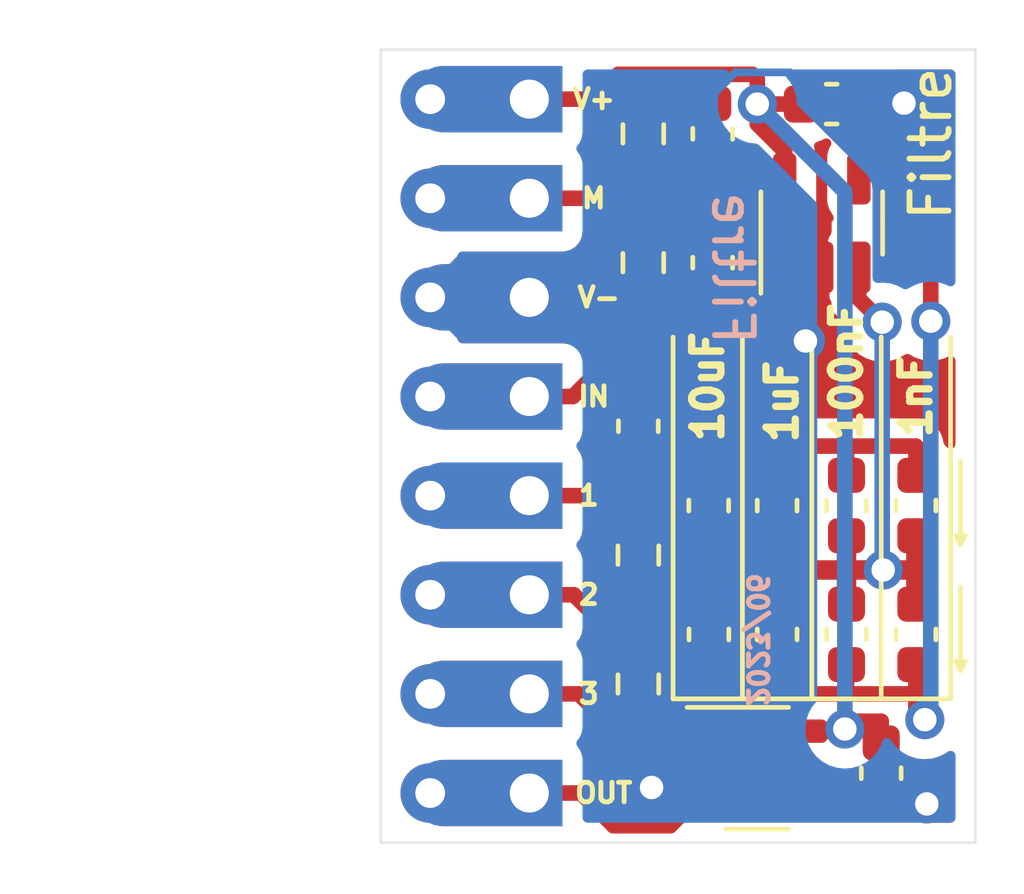
<source format=kicad_pcb>
(kicad_pcb (version 20211014) (generator pcbnew)
  (layers (0 "F.Cu" signal) (31 "B.Cu" signal) (34 "B.Paste" user) (35 "F.Paste" user) (36 "B.SilkS" user "B.Silkscreen") (37 "F.SilkS" user "F.Silkscreen") (38 "B.Mask" user) (39 "F.Mask" user) (44 "Edge.Cuts" user))
  (net 0 "")
  (net 1 "Pot_1")
  (net 2 "IN")
  (net 3 "Pot_2")
  (net 4 "V-")
  (net 5 "V+")
  (net 6 "Pot_3")
  (net 7 "Milieu")
  (net 8 "OUT")
  (footprint "Capacitor_SMD:C_0603_1608Metric" (layer "F.Cu") (at 131.699 77.089 90)
    (fp_text reference "C12" hide)
    (fp_text value "100nF")
    (fp_line (start -0.14058 -0.51) (end 0.14058 -0.51) (layer "F.SilkS") (width 0.12))
    (fp_line (start -0.14058 0.51) (end 0.14058 0.51) (layer "F.SilkS") (width 0.12))
    (pad "1" smd roundrect (at -0.775 0 90) (size 0.9 0.95) (layers "F.Cu" "F.Paste" "F.Mask") (net 7 "Milieu"))
    (pad "2" smd roundrect (at 0.775 0 90) (size 0.9 0.95) (layers "F.Cu" "F.Paste" "F.Mask") (net 5 "V+"))
  )
  (footprint "Resistor_SMD:R_0603_1608Metric" (layer "F.Cu") (at 129.794 91.186 -90)
    (fp_text reference "R2" hide)
    (fp_text value "100k")
    (fp_line (start -0.237258 -0.5225) (end 0.237258 -0.5225) (layer "F.SilkS") (width 0.12))
    (fp_line (start -0.237258 0.5225) (end 0.237258 0.5225) (layer "F.SilkS") (width 0.12))
    (pad "1" smd roundrect (at -0.825 0 270) (size 0.8 0.95) (layers "F.Cu" "F.Paste" "F.Mask") (net 3 "Pot_2"))
    (pad "2" smd roundrect (at 0.825 0 270) (size 0.8 0.95) (layers "F.Cu" "F.Paste" "F.Mask") (net 6 "Pot_3"))
  )
  (footprint "Chimere_mods:Castellated_conn" (layer "F.Cu") (at 127 81.28 180)
    (fp_text reference "J3" hide)
    (fp_text value "Conn_01x01")
    (pad "1" thru_hole circle (at 2.54 0 180) (size 1.524 1.524) (drill 0.762) (layers *.Cu *.Mask) (net 4 "V-"))
    (pad "1" thru_hole custom (at 0 0 180) (size 1.7 1.7) (drill 1) (layers *.Cu *.Mask) (net 4 "V-") (options (clearance outline) (anchor rect)) (primitives (gr_line (start 0 0) (end 2.2 0) (width 1.7))))
  )
  (footprint "Resistor_SMD:R_0603_1608Metric" (layer "F.Cu") (at 129.921 77.089 90)
    (fp_text reference "R3" hide)
    (fp_text value "100k")
    (fp_line (start -0.237258 -0.5225) (end 0.237258 -0.5225) (layer "F.SilkS") (width 0.12))
    (fp_line (start -0.237258 0.5225) (end 0.237258 0.5225) (layer "F.SilkS") (width 0.12))
    (pad "1" smd roundrect (at -0.825 0 90) (size 0.8 0.95) (layers "F.Cu" "F.Paste" "F.Mask") (net 7 "Milieu"))
    (pad "2" smd roundrect (at 0.825 0 90) (size 0.8 0.95) (layers "F.Cu" "F.Paste" "F.Mask") (net 5 "V+"))
  )
  (footprint "Capacitor_SMD:C_0603_1608Metric" (layer "F.Cu") (at 131.699 80.391 90)
    (fp_text reference "C13" hide)
    (fp_text value "100nF")
    (fp_line (start -0.14058 -0.51) (end 0.14058 -0.51) (layer "F.SilkS") (width 0.12))
    (fp_line (start -0.14058 0.51) (end 0.14058 0.51) (layer "F.SilkS") (width 0.12))
    (pad "1" smd roundrect (at -0.775 0 90) (size 0.9 0.95) (layers "F.Cu" "F.Paste" "F.Mask") (net 4 "V-"))
    (pad "2" smd roundrect (at 0.775 0 90) (size 0.9 0.95) (layers "F.Cu" "F.Paste" "F.Mask") (net 7 "Milieu"))
  )
  (footprint "Capacitor_SMD:C_0603_1608Metric" (layer "F.Cu") (at 131.5974 86.614 90)
    (fp_text reference "C5" hide)
    (fp_text value "10uF")
    (fp_line (start -0.14058 -0.51) (end 0.14058 -0.51) (layer "F.SilkS") (width 0.12))
    (fp_line (start -0.14058 0.51) (end 0.14058 0.51) (layer "F.SilkS") (width 0.12))
    (pad "1" smd roundrect (at -0.775 0 90) (size 0.9 0.95) (layers "F.Cu" "F.Paste" "F.Mask") (net 3 "Pot_2"))
    (pad "2" smd roundrect (at 0.775 0 90) (size 0.9 0.95) (layers "F.Cu" "F.Paste" "F.Mask") (net 1 "Pot_1"))
  )
  (footprint "Capacitor_SMD:C_0603_1608Metric" (layer "F.Cu") (at 136.906 89.916 90)
    (fp_text reference "C7" hide)
    (fp_text value "1nF")
    (fp_line (start -0.14058 -0.51) (end 0.14058 -0.51) (layer "F.SilkS") (width 0.12))
    (fp_line (start -0.14058 0.51) (end 0.14058 0.51) (layer "F.SilkS") (width 0.12))
    (pad "1" smd roundrect (at -0.775 0 90) (size 0.9 0.95) (layers "F.Cu" "F.Paste" "F.Mask") (net 6 "Pot_3"))
    (pad "2" smd roundrect (at 0.775 0 90) (size 0.9 0.95) (layers "F.Cu" "F.Paste" "F.Mask") (net 3 "Pot_2"))
  )
  (footprint "Resistor_SMD:R_0603_1608Metric" (layer "F.Cu") (at 129.921 80.391 90)
    (fp_text reference "R4" hide)
    (fp_text value "100k")
    (fp_line (start -0.237258 -0.5225) (end 0.237258 -0.5225) (layer "F.SilkS") (width 0.12))
    (fp_line (start -0.237258 0.5225) (end 0.237258 0.5225) (layer "F.SilkS") (width 0.12))
    (pad "1" smd roundrect (at -0.825 0 90) (size 0.8 0.95) (layers "F.Cu" "F.Paste" "F.Mask") (net 4 "V-"))
    (pad "2" smd roundrect (at 0.825 0 90) (size 0.8 0.95) (layers "F.Cu" "F.Paste" "F.Mask") (net 7 "Milieu"))
  )
  (footprint "Chimere_mods:Castellated_conn" (layer "F.Cu") (at 127 88.9 180)
    (fp_text reference "J6" hide)
    (fp_text value "Conn_01x01")
    (pad "1" thru_hole custom (at 0 0 180) (size 1.7 1.7) (drill 1) (layers *.Cu *.Mask) (net 3 "Pot_2") (options (clearance outline) (anchor rect)) (primitives (gr_line (start 0 0) (end 2.2 0) (width 1.7))))
    (pad "1" thru_hole circle (at 2.54 0 180) (size 1.524 1.524) (drill 0.762) (layers *.Cu *.Mask) (net 3 "Pot_2"))
  )
  (footprint "Chimere_mods:Castellated_conn" (layer "F.Cu") (at 127 93.98 180)
    (fp_text reference "J8" hide)
    (fp_text value "Conn_01x01")
    (pad "1" thru_hole custom (at 0 0 180) (size 1.7 1.7) (drill 1) (layers *.Cu *.Mask) (net 8 "OUT") (options (clearance outline) (anchor rect)) (primitives (gr_line (start 0 0) (end 2.2 0) (width 1.7))))
    (pad "1" thru_hole circle (at 2.54 0 180) (size 1.524 1.524) (drill 0.762) (layers *.Cu *.Mask) (net 8 "OUT"))
  )
  (footprint "Capacitor_SMD:C_0603_1608Metric" (layer "F.Cu") (at 135.128 89.916 90)
    (fp_text reference "C8" hide)
    (fp_text value "100nF")
    (fp_line (start -0.14058 -0.51) (end 0.14058 -0.51) (layer "F.SilkS") (width 0.12))
    (fp_line (start -0.14058 0.51) (end 0.14058 0.51) (layer "F.SilkS") (width 0.12))
    (pad "1" smd roundrect (at -0.775 0 90) (size 0.9 0.95) (layers "F.Cu" "F.Paste" "F.Mask") (net 6 "Pot_3"))
    (pad "2" smd roundrect (at 0.775 0 90) (size 0.9 0.95) (layers "F.Cu" "F.Paste" "F.Mask") (net 3 "Pot_2"))
  )
  (footprint "Chimere_mods:Castellated_conn" (layer "F.Cu") (at 127 83.82 180)
    (fp_text reference "J4" hide)
    (fp_text value "Conn_01x01")
    (pad "1" thru_hole custom (at 0 0 180) (size 1.7 1.7) (drill 1) (layers *.Cu *.Mask) (net 2 "IN") (options (clearance outline) (anchor rect)) (primitives (gr_line (start 0 0) (end 2.2 0) (width 1.7))))
    (pad "1" thru_hole circle (at 2.54 0 180) (size 1.524 1.524) (drill 0.762) (layers *.Cu *.Mask) (net 2 "IN"))
  )
  (footprint "Capacitor_SMD:C_0603_1608Metric" (layer "F.Cu") (at 136.017 93.472 90)
    (fp_text reference "C11" hide)
    (fp_text value "100nF")
    (fp_line (start -0.14058 -0.51) (end 0.14058 -0.51) (layer "F.SilkS") (width 0.12))
    (fp_line (start -0.14058 0.51) (end 0.14058 0.51) (layer "F.SilkS") (width 0.12))
    (pad "1" smd roundrect (at -0.775 0 90) (size 0.9 0.95) (layers "F.Cu" "F.Paste" "F.Mask") (net 4 "V-"))
    (pad "2" smd roundrect (at 0.775 0 90) (size 0.9 0.95) (layers "F.Cu" "F.Paste" "F.Mask") (net 5 "V+"))
  )
  (footprint "Capacitor_SMD:C_0603_1608Metric" (layer "F.Cu") (at 136.906 86.614 90)
    (fp_text reference "C2" hide)
    (fp_text value "1nF")
    (fp_line (start -0.14058 0.51) (end 0.14058 0.51) (layer "F.SilkS") (width 0.12))
    (fp_line (start -0.14058 -0.51) (end 0.14058 -0.51) (layer "F.SilkS") (width 0.12))
    (pad "1" smd roundrect (at -0.775 0 90) (size 0.9 0.95) (layers "F.Cu" "F.Paste" "F.Mask") (net 3 "Pot_2"))
    (pad "2" smd roundrect (at 0.775 0 90) (size 0.9 0.95) (layers "F.Cu" "F.Paste" "F.Mask") (net 1 "Pot_1"))
  )
  (footprint "Capacitor_SMD:C_0603_1608Metric" (layer "F.Cu") (at 131.602 89.916 90)
    (fp_text reference "C10" hide)
    (fp_text value "10uF")
    (fp_line (start -0.14058 -0.51) (end 0.14058 -0.51) (layer "F.SilkS") (width 0.12))
    (fp_line (start -0.14058 0.51) (end 0.14058 0.51) (layer "F.SilkS") (width 0.12))
    (pad "1" smd roundrect (at -0.775 0 90) (size 0.9 0.95) (layers "F.Cu" "F.Paste" "F.Mask") (net 6 "Pot_3"))
    (pad "2" smd roundrect (at 0.775 0 90) (size 0.9 0.95) (layers "F.Cu" "F.Paste" "F.Mask") (net 3 "Pot_2"))
  )
  (footprint "Chimere_mods:Castellated_conn" (layer "F.Cu") (at 127 91.44 180)
    (fp_text reference "J7" hide)
    (fp_text value "Conn_01x01")
    (pad "1" thru_hole custom (at 0 0 180) (size 1.7 1.7) (drill 1) (layers *.Cu *.Mask) (net 6 "Pot_3") (options (clearance outline) (anchor rect)) (primitives (gr_line (start 0 0) (end 2.2 0) (width 1.7))))
    (pad "1" thru_hole circle (at 2.54 0 180) (size 1.524 1.524) (drill 0.762) (layers *.Cu *.Mask) (net 6 "Pot_3"))
  )
  (footprint "Capacitor_SMD:C_0603_1608Metric" (layer "F.Cu") (at 135.128 86.614 90)
    (fp_text reference "C3" hide)
    (fp_text value "100nF")
    (fp_line (start -0.14058 -0.51) (end 0.14058 -0.51) (layer "F.SilkS") (width 0.12))
    (fp_line (start -0.14058 0.51) (end 0.14058 0.51) (layer "F.SilkS") (width 0.12))
    (pad "1" smd roundrect (at -0.775 0 90) (size 0.9 0.95) (layers "F.Cu" "F.Paste" "F.Mask") (net 3 "Pot_2"))
    (pad "2" smd roundrect (at 0.775 0 90) (size 0.9 0.95) (layers "F.Cu" "F.Paste" "F.Mask") (net 1 "Pot_1"))
  )
  (footprint "Chimere_mods:Castellated_conn" (layer "F.Cu") (at 127 86.36 180)
    (fp_text reference "J5" hide)
    (fp_text value "Conn_01x01")
    (pad "1" thru_hole circle (at 2.54 0 180) (size 1.524 1.524) (drill 0.762) (layers *.Cu *.Mask) (net 1 "Pot_1"))
    (pad "1" thru_hole custom (at 0 0 180) (size 1.7 1.7) (drill 1) (layers *.Cu *.Mask) (net 1 "Pot_1") (options (clearance outline) (anchor rect)) (primitives (gr_line (start 0 0) (end 2.2 0) (width 1.7))))
  )
  (footprint "Capacitor_SMD:C_0603_1608Metric" (layer "F.Cu") (at 129.794 84.582 90)
    (fp_text reference "C1" hide)
    (fp_text value "1uF")
    (fp_line (start -0.14058 -0.51) (end 0.14058 -0.51) (layer "F.SilkS") (width 0.12))
    (fp_line (start -0.14058 0.51) (end 0.14058 0.51) (layer "F.SilkS") (width 0.12))
    (pad "1" smd roundrect (at -0.775 0 90) (size 0.9 0.95) (layers "F.Cu" "F.Paste" "F.Mask") (net 1 "Pot_1"))
    (pad "2" smd roundrect (at 0.775 0 90) (size 0.9 0.95) (layers "F.Cu" "F.Paste" "F.Mask") (net 2 "IN"))
  )
  (footprint "Chimere_mods:Castellated_conn" (layer "F.Cu") (at 127 76.2 180)
    (fp_text reference "J1" hide)
    (fp_text value "Conn_01x01")
    (pad "1" thru_hole custom (at 0 0 180) (size 1.7 1.7) (drill 1) (layers *.Cu *.Mask) (net 5 "V+") (options (clearance outline) (anchor rect)) (primitives (gr_line (start 0 0) (end 2.2 0) (width 1.7))))
    (pad "1" thru_hole circle (at 2.54 0 180) (size 1.524 1.524) (drill 0.762) (layers *.Cu *.Mask) (net 5 "V+"))
  )
  (footprint "Capacitor_SMD:C_0603_1608Metric" (layer "F.Cu") (at 134.747 76.327 180)
    (fp_text reference "C6" hide)
    (fp_text value "100nF")
    (fp_line (start -0.14058 0.51) (end 0.14058 0.51) (layer "F.SilkS") (width 0.12))
    (fp_line (start -0.14058 -0.51) (end 0.14058 -0.51) (layer "F.SilkS") (width 0.12))
    (pad "1" smd roundrect (at -0.775 0 180) (size 0.9 0.95) (layers "F.Cu" "F.Paste" "F.Mask") (net 4 "V-"))
    (pad "2" smd roundrect (at 0.775 0 180) (size 0.9 0.95) (layers "F.Cu" "F.Paste" "F.Mask") (net 5 "V+"))
  )
  (footprint "Capacitor_SMD:C_0603_1608Metric" (layer "F.Cu") (at 133.35 86.614 90)
    (fp_text reference "C4" hide)
    (fp_text value "1uF")
    (fp_line (start -0.14058 0.51) (end 0.14058 0.51) (layer "F.SilkS") (width 0.12))
    (fp_line (start -0.14058 -0.51) (end 0.14058 -0.51) (layer "F.SilkS") (width 0.12))
    (pad "1" smd roundrect (at -0.775 0 90) (size 0.9 0.95) (layers "F.Cu" "F.Paste" "F.Mask") (net 3 "Pot_2"))
    (pad "2" smd roundrect (at 0.775 0 90) (size 0.9 0.95) (layers "F.Cu" "F.Paste" "F.Mask") (net 1 "Pot_1"))
  )
  (footprint "Resistor_SMD:R_0603_1608Metric" (layer "F.Cu") (at 129.794 87.884 -90)
    (fp_text reference "R1" hide)
    (fp_text value "100k")
    (fp_line (start -0.237258 -0.5225) (end 0.237258 -0.5225) (layer "F.SilkS") (width 0.12))
    (fp_line (start -0.237258 0.5225) (end 0.237258 0.5225) (layer "F.SilkS") (width 0.12))
    (pad "1" smd roundrect (at -0.825 0 270) (size 0.8 0.95) (layers "F.Cu" "F.Paste" "F.Mask") (net 1 "Pot_1"))
    (pad "2" smd roundrect (at 0.825 0 270) (size 0.8 0.95) (layers "F.Cu" "F.Paste" "F.Mask") (net 3 "Pot_2"))
  )
  (footprint "Package_TO_SOT_SMD:SOT-23-5" (layer "F.Cu") (at 134.493 79.375 90)
    (fp_text reference "U1" hide)
    (fp_text value "LMV321")
    (fp_line (start 0 -1.56) (end -1.8 -1.56) (layer "F.SilkS") (width 0.12))
    (fp_line (start 0 -1.56) (end 0.8 -1.56) (layer "F.SilkS") (width 0.12))
    (fp_line (start 0 1.56) (end -0.8 1.56) (layer "F.SilkS") (width 0.12))
    (fp_line (start 0 1.56) (end 0.8 1.56) (layer "F.SilkS") (width 0.12))
    (pad "1" smd roundrect (at -1.1375 -0.95 90) (size 1.325 0.6) (layers "F.Cu" "F.Paste" "F.Mask") (net 7 "Milieu"))
    (pad "2" smd roundrect (at -1.1375 0 90) (size 1.325 0.6) (layers "F.Cu" "F.Paste" "F.Mask") (net 4 "V-"))
    (pad "3" smd roundrect (at -1.1375 0.95 90) (size 1.325 0.6) (layers "F.Cu" "F.Paste" "F.Mask") (net 3 "Pot_2"))
    (pad "4" smd roundrect (at 1.1375 0.95 90) (size 1.325 0.6) (layers "F.Cu" "F.Paste" "F.Mask") (net 6 "Pot_3"))
    (pad "5" smd roundrect (at 1.1375 -0.95 90) (size 1.325 0.6) (layers "F.Cu" "F.Paste" "F.Mask") (net 5 "V+"))
  )
  (footprint "Package_TO_SOT_SMD:SOT-23-5" (layer "F.Cu") (at 132.842 93.345)
    (fp_text reference "U2" hide)
    (fp_text value "LMV321")
    (fp_line (start 0 1.56) (end 0.8 1.56) (layer "F.SilkS") (width 0.12))
    (fp_line (start 0 -1.56) (end -1.8 -1.56) (layer "F.SilkS") (width 0.12))
    (fp_line (start 0 1.56) (end -0.8 1.56) (layer "F.SilkS") (width 0.12))
    (fp_line (start 0 -1.56) (end 0.8 -1.56) (layer "F.SilkS") (width 0.12))
    (pad "1" smd roundrect (at -1.1375 -0.95) (size 1.325 0.6) (layers "F.Cu" "F.Paste" "F.Mask") (net 6 "Pot_3"))
    (pad "2" smd roundrect (at -1.1375 0) (size 1.325 0.6) (layers "F.Cu" "F.Paste" "F.Mask") (net 4 "V-"))
    (pad "3" smd roundrect (at -1.1375 0.95) (size 1.325 0.6) (layers "F.Cu" "F.Paste" "F.Mask") (net 8 "OUT"))
    (pad "4" smd roundrect (at 1.1375 0.95) (size 1.325 0.6) (layers "F.Cu" "F.Paste" "F.Mask") (net 8 "OUT"))
    (pad "5" smd roundrect (at 1.1375 -0.95) (size 1.325 0.6) (layers "F.Cu" "F.Paste" "F.Mask") (net 5 "V+"))
  )
  (footprint "Chimere_mods:Castellated_conn" (layer "F.Cu") (at 127 78.74 180)
    (fp_text reference "J2" hide)
    (fp_text value "Conn_01x01")
    (pad "1" thru_hole custom (at 0 0 180) (size 1.7 1.7) (drill 1) (layers *.Cu *.Mask) (net 7 "Milieu") (options (clearance outline) (anchor rect)) (primitives (gr_line (start 0 0) (end 2.2 0) (width 1.7))))
    (pad "1" thru_hole circle (at 2.54 0 180) (size 1.524 1.524) (drill 0.762) (layers *.Cu *.Mask) (net 7 "Milieu"))
  )
  (footprint "Capacitor_SMD:C_0603_1608Metric" (layer "F.Cu") (at 133.35 89.916 90)
    (fp_text reference "C9" hide)
    (fp_text value "1uF")
    (fp_line (start -0.14058 0.51) (end 0.14058 0.51) (layer "F.SilkS") (width 0.12))
    (fp_line (start -0.14058 -0.51) (end 0.14058 -0.51) (layer "F.SilkS") (width 0.12))
    (pad "1" smd roundrect (at -0.775 0 90) (size 0.9 0.95) (layers "F.Cu" "F.Paste" "F.Mask") (net 6 "Pot_3"))
    (pad "2" smd roundrect (at 0.775 0 90) (size 0.9 0.95) (layers "F.Cu" "F.Paste" "F.Mask") (net 3 "Pot_2"))
  )
  (gr_line (start 136.017 82.296) (end 136.017 91.567) (layer "F.SilkS") (width 0.12))
  (gr_line (start 132.461 82.296) (end 132.461 91.567) (layer "F.SilkS") (width 0.12))
  (gr_line (start 132.461 91.567) (end 137.795 91.567) (layer "F.SilkS") (width 0.12))
  (gr_line (start 130.683 91.567) (end 130.683 82.296) (layer "F.SilkS") (width 0.12))
  (gr_line (start 138.049 87.63) (end 138.176 87.376) (layer "F.SilkS") (width 0.12))
  (gr_line (start 138.049 88.69592) (end 138.049 90.85492) (layer "F.SilkS") (width 0.12))
  (gr_line (start 130.81 91.567) (end 130.683 91.567) (layer "F.SilkS") (width 0.12))
  (gr_line (start 132.461 91.567) (end 130.81 91.567) (layer "F.SilkS") (width 0.12))
  (gr_line (start 137.922 87.376) (end 138.049 87.63) (layer "F.SilkS") (width 0.12))
  (gr_line (start 137.922 90.60092) (end 138.049 90.85492) (layer "F.SilkS") (width 0.12))
  (gr_line (start 138.049 90.85492) (end 138.176 90.60092) (layer "F.SilkS") (width 0.12))
  (gr_line (start 138.176 87.376) (end 137.922 87.376) (layer "F.SilkS") (width 0.12))
  (gr_line (start 138.176 90.60092) (end 137.922 90.60092) (layer "F.SilkS") (width 0.12))
  (gr_line (start 137.795 91.567) (end 137.795 82.296) (layer "F.SilkS") (width 0.12))
  (gr_line (start 138.049 85.471) (end 138.049 87.63) (layer "F.SilkS") (width 0.12))
  (gr_line (start 134.239 82.296) (end 134.239 91.567) (layer "F.SilkS") (width 0.12))
  (gr_line (start 123.19 74.93) (end 138.43 74.93) (layer "Edge.Cuts") (width 0.05))
  (gr_line (start 123.19 95.25) (end 123.19 74.93) (layer "Edge.Cuts") (width 0.05))
  (gr_line (start 138.43 95.25) (end 123.19 95.25) (layer "Edge.Cuts") (width 0.05))
  (gr_line (start 138.43 74.93) (end 138.43 95.25) (layer "Edge.Cuts") (width 0.05))
  (gr_text "2023/06" (at 132.84 90.05658 -90) (layer "B.SilkS") (effects (font (size 0.5 0.5) (thickness 0.125)) (justify mirror)))
  (gr_text "Filtre" (at 132.209 80.53158 -90) (layer "B.SilkS") (effects (font (size 1 1)) (justify mirror)))
  (gr_text "IN" (at 128.651 83.82) (layer "F.SilkS") (effects (font (size 0.5 0.5) (thickness 0.125))))
  (gr_text "V+" (at 128.651 76.2) (layer "F.SilkS") (effects (font (size 0.5 0.5) (thickness 0.125))))
  (gr_text "V-" (at 128.778 81.28) (layer "F.SilkS") (effects (font (size 0.5 0.5) (thickness 0.125))))
  (gr_text "10uF" (at 131.572 83.566 90) (layer "F.SilkS") (effects (font (size 0.75 0.75) (thickness 0.1875))))
  (gr_text "M" (at 128.651 78.74) (layer "F.SilkS") (effects (font (size 0.5 0.5) (thickness 0.125))))
  (gr_text "3" (at 128.524 91.44) (layer "F.SilkS") (effects (font (size 0.5 0.5) (thickness 0.125))))
  (gr_text "1" (at 128.524 86.36) (layer "F.SilkS") (effects (font (size 0.5 0.5) (thickness 0.125))))
  (gr_text "2" (at 128.524 88.9) (layer "F.SilkS") (effects (font (size 0.5 0.5) (thickness 0.125))))
  (gr_text "100nF" (at 135.128 83.185 90) (layer "F.SilkS") (effects (font (size 0.75 0.75) (thickness 0.1875))))
  (gr_text "1uF" (at 133.477 83.947 90) (layer "F.SilkS") (effects (font (size 0.75 0.75) (thickness 0.1875))))
  (gr_text "1nF" (at 136.906 83.82 90) (layer "F.SilkS") (effects (font (size 0.75 0.75) (thickness 0.1875))))
  (gr_text "OUT" (at 128.905 93.98) (layer "F.SilkS") (effects (font (size 0.5 0.5) (thickness 0.125))))
  (gr_text "Filtre" (at 137.287 77.343 90) (layer "F.SilkS") (effects (font (size 1 1))))
  (segment (start 129.794 86.233) (end 129.794 85.357) (width 0.5) (layer "F.Cu") (net 1))
  (segment (start 131.5974 85.839) (end 131.5974 85.1916) (width 0.4) (layer "F.Cu") (net 1))
  (segment (start 131.699 85.09) (end 130.937 85.09) (width 0.4) (layer "F.Cu") (net 1))
  (segment (start 128.8796 86.233) (end 129.794 86.233) (width 0.4) (layer "F.Cu") (net 1))
  (segment (start 130.4036 86.233) (end 129.794 86.233) (width 0.4) (layer "F.Cu") (net 1))
  (segment (start 133.35 85.09) (end 131.699 85.09) (width 0.4) (layer "F.Cu") (net 1))
  (segment (start 130.683 85.344) (end 130.683 85.9536) (width 0.4) (layer "F.Cu") (net 1))
  (segment (start 135.001 85.09) (end 133.35 85.09) (width 0.4) (layer "F.Cu") (net 1))
  (segment (start 135.128 85.839) (end 135.128 85.217) (width 0.4) (layer "F.Cu") (net 1))
  (segment (start 136.906 85.09) (end 135.001 85.09) (width 0.4) (layer "F.Cu") (net 1))
  (segment (start 136.906 85.839) (end 136.906 85.09) (width 0.4) (layer "F.Cu") (net 1))
  (segment (start 133.35 85.839) (end 133.35 85.09) (width 0.4) (layer "F.Cu") (net 1))
  (segment (start 130.937 85.09) (end 130.683 85.344) (width 0.4) (layer "F.Cu") (net 1))
  (segment (start 129.794 87.059) (end 129.794 86.233) (width 0.5) (layer "F.Cu") (net 1))
  (segment (start 127 86.36) (end 128.7526 86.36) (width 0.4) (layer "F.Cu") (net 1))
  (segment (start 130.683 85.9536) (end 130.4036 86.233) (width 0.4) (layer "F.Cu") (net 1))
  (segment (start 128.7526 86.36) (end 128.8796 86.233) (width 0.4) (layer "F.Cu") (net 1))
  (segment (start 129.794 82.931) (end 129.0066 82.931) (width 0.4) (layer "F.Cu") (net 2))
  (segment (start 129.0066 82.931) (end 128.1176 83.82) (width 0.4) (layer "F.Cu") (net 2))
  (segment (start 128.1176 83.82) (end 127 83.82) (width 0.4) (layer "F.Cu") (net 2))
  (segment (start 129.794 83.807) (end 129.794 82.931) (width 0.4) (layer "F.Cu") (net 2))
  (segment (start 135.443 81.3156) (end 136.0424 81.915) (width 0.4) (layer "F.Cu") (net 3))
  (segment (start 136.906 88.265) (end 136.906 89.141) (width 0.5) (layer "F.Cu") (net 3))
  (segment (start 129.794 89.535) (end 130.6576 89.535) (width 0.5) (layer "F.Cu") (net 3))
  (segment (start 136.906 87.389) (end 136.906 88.265) (width 0.5) (layer "F.Cu") (net 3))
  (segment (start 131.5974 88.265) (end 131.5974 89.1364) (width 0.5) (layer "F.Cu") (net 3))
  (segment (start 128.778 89.535) (end 129.794 89.535) (width 0.4) (layer "F.Cu") (net 3))
  (segment (start 131.5974 87.389) (end 131.5974 88.265) (width 0.5) (layer "F.Cu") (net 3))
  (segment (start 130.6576 89.535) (end 130.7084 89.4842) (width 0.5) (layer "F.Cu") (net 3))
  (segment (start 128.143 88.9) (end 128.778 89.535) (width 0.4) (layer "F.Cu") (net 3))
  (segment (start 131.5974 88.265) (end 136.0678 88.265) (width 0.5) (layer "F.Cu") (net 3))
  (segment (start 131.5974 89.1364) (end 131.602 89.141) (width 0.5) (layer "F.Cu") (net 3))
  (segment (start 127 88.9) (end 128.143 88.9) (width 0.4) (layer "F.Cu") (net 3))
  (segment (start 136.0678 88.265) (end 136.906 88.265) (width 0.5) (layer "F.Cu") (net 3))
  (segment (start 130.7084 88.4936) (end 130.9624 88.2396) (width 0.5) (layer "F.Cu") (net 3))
  (segment (start 130.7084 89.4842) (end 130.7084 88.4936) (width 0.5) (layer "F.Cu") (net 3))
  (segment (start 129.794 89.535) (end 129.794 90.361) (width 0.5) (layer "F.Cu") (net 3))
  (segment (start 135.443 80.5125) (end 135.443 81.3156) (width 0.4) (layer "F.Cu") (net 3))
  (segment (start 129.794 88.709) (end 129.794 89.535) (width 0.5) (layer "F.Cu") (net 3))
  (segment (start 131.572 88.2396) (end 131.5974 88.265) (width 0.5) (layer "F.Cu") (net 3))
  (segment (start 135.128 87.389) (end 135.128 89.141) (width 0.5) (layer "F.Cu") (net 3))
  (segment (start 133.35 87.389) (end 133.35 89.141) (width 0.5) (layer "F.Cu") (net 3))
  (segment (start 130.9624 88.2396) (end 131.572 88.2396) (width 0.5) (layer "F.Cu") (net 3))
  (via (at 136.0424 81.915) (size 1) (drill 0.6) (layers "F.Cu" "B.Cu") (net 3))
  (via (at 136.0678 88.265) (size 1) (drill 0.6) (layers "F.Cu" "B.Cu") (net 3))
  (segment (start 136.0424 88.2396) (end 136.0678 88.265) (width 0.4) (layer "B.Cu") (net 3))
  (segment (start 136.0424 81.915) (end 136.0424 88.2396) (width 0.4) (layer "B.Cu") (net 3))
  (segment (start 132.018 82.361) (end 134.047 82.361) (width 0.4) (layer "F.Cu") (net 4))
  (segment (start 129.032 82.042) (end 128.27 81.28) (width 0.4) (layer "F.Cu") (net 4))
  (segment (start 134.047 82.367737) (end 134.07654 82.397277) (width 0.5) (layer "F.Cu") (net 4))
  (segment (start 128.27 81.28) (end 127 81.28) (width 0.4) (layer "F.Cu") (net 4))
  (segment (start 131.7045 93.345) (end 130.8608 93.345) (width 0.5) (layer "F.Cu") (net 4))
  (segment (start 130.556 93.6498) (end 130.320851 93.6498) (width 0.5) (layer "F.Cu") (net 4))
  (segment (start 129.921 81.216) (end 129.921 82.042) (width 0.4) (layer "F.Cu") (net 4))
  (segment (start 129.921 82.042) (end 129.032 82.042) (width 0.4) (layer "F.Cu") (net 4))
  (segment (start 134.493 81.915) (end 134.493 80.5125) (width 0.4) (layer "F.Cu") (net 4))
  (segment (start 131.699 82.042) (end 131.699 81.166) (width 0.4) (layer "F.Cu") (net 4))
  (segment (start 136.0294 94.2594) (end 136.017 94.247) (width 0.5) (layer "F.Cu") (net 4))
  (segment (start 134.047 82.361) (end 134.493 81.915) (width 0.4) (layer "F.Cu") (net 4))
  (segment (start 130.320851 93.6498) (end 130.132551 93.8381) (width 0.5) (layer "F.Cu") (net 4))
  (segment (start 131.699 82.042) (end 132.018 82.361) (width 0.4) (layer "F.Cu") (net 4))
  (segment (start 129.921 82.042) (end 131.699 82.042) (width 0.4) (layer "F.Cu") (net 4))
  (segment (start 135.522 76.327) (end 136.5758 76.327) (width 0.4) (layer "F.Cu") (net 4))
  (segment (start 130.8608 93.345) (end 130.556 93.6498) (width 0.5) (layer "F.Cu") (net 4))
  (segment (start 134.047 82.361) (end 134.047 82.367737) (width 0.5) (layer "F.Cu") (net 4))
  (segment (start 137.1854 94.2594) (end 136.0294 94.2594) (width 0.4) (layer "F.Cu") (net 4))
  (segment (start 136.5758 76.327) (end 136.6012 76.3016) (width 0.2) (layer "F.Cu") (net 4))
  (via (at 136.6012 76.3016) (size 1) (drill 0.6) (layers "F.Cu" "B.Cu") (net 4))
  (via (at 134.07654 82.397277) (size 1) (drill 0.6) (layers "F.Cu" "B.Cu") (net 4))
  (via (at 137.1854 94.2594) (size 1) (drill 0.6) (layers "F.Cu" "B.Cu") (net 4))
  (via (at 130.132551 93.8381) (size 1) (drill 0.6) (layers "F.Cu" "B.Cu") (net 4))
  (segment (start 131.38898 93.8381) (end 131.66354 93.56354) (width 0.5) (layer "B.Cu") (net 4))
  (segment (start 132.08 83.82) (end 133.502723 82.397277) (width 0.5) (layer "B.Cu") (net 4))
  (segment (start 137.1854 94.2594) (end 136.7641 93.8381) (width 0.4) (layer "B.Cu") (net 4))
  (segment (start 132.2832 75.5142) (end 130.9878 76.8096) (width 0.2) (layer "B.Cu") (net 4))
  (segment (start 130.132551 93.8381) (end 131.38898 93.8381) (width 0.5) (layer "B.Cu") (net 4))
  (segment (start 133.502723 82.397277) (end 134.07654 82.397277) (width 0.5) (layer "B.Cu") (net 4))
  (segment (start 134.4676 76.3016) (end 133.6802 75.5142) (width 0.2) (layer "B.Cu") (net 4))
  (segment (start 131.66354 93.56354) (end 132.08 93.14708) (width 0.5) (layer "B.Cu") (net 4))
  (segment (start 130.9878 79.308537) (end 134.07654 82.397277) (width 0.2) (layer "B.Cu") (net 4))
  (segment (start 133.6802 75.5142) (end 132.2832 75.5142) (width 0.2) (layer "B.Cu") (net 4))
  (segment (start 130.9878 76.8096) (end 130.9878 79.308537) (width 0.2) (layer "B.Cu") (net 4))
  (segment (start 136.6012 76.3016) (end 134.4676 76.3016) (width 0.2) (layer "B.Cu") (net 4))
  (segment (start 136.7641 93.8381) (end 131.38898 93.8381) (width 0.4) (layer "B.Cu") (net 4))
  (segment (start 132.08 93.14708) (end 132.08 83.82) (width 0.5) (layer "B.Cu") (net 4))
  (segment (start 129.921 76.264) (end 129.921 75.692) (width 0.4) (layer "F.Cu") (net 5))
  (segment (start 128.651 76.2) (end 129.286 75.565) (width 0.4) (layer "F.Cu") (net 5))
  (segment (start 132.842 76.327) (end 133.972 76.327) (width 0.4) (layer "F.Cu") (net 5))
  (segment (start 129.794 75.565) (end 131.699 75.565) (width 0.4) (layer "F.Cu") (net 5))
  (segment (start 135.2154 92.14) (end 135.085708 92.269692) (width 0.4) (layer "F.Cu") (net 5))
  (segment (start 133.9795 92.395) (end 134.9654 92.395) (width 0.4) (layer "F.Cu") (net 5))
  (segment (start 132.715 75.565) (end 132.842 75.692) (width 0.4) (layer "F.Cu") (net 5))
  (segment (start 127 76.2) (end 128.651 76.2) (width 0.4) (layer "F.Cu") (net 5))
  (segment (start 133.543 77.536) (end 133.543 78.2375) (width 0.4) (layer "F.Cu") (net 5))
  (segment (start 129.286 75.565) (end 129.794 75.565) (width 0.4) (layer "F.Cu") (net 5))
  (segment (start 135.2154 92.14) (end 136.017 92.14) (width 0.4) (layer "F.Cu") (net 5))
  (segment (start 134.9654 92.39) (end 135.2154 92.14) (width 0.4) (layer "F.Cu") (net 5))
  (segment (start 131.699 75.565) (end 132.715 75.565) (width 0.4) (layer "F.Cu") (net 5))
  (segment (start 131.699 75.565) (end 131.699 76.314) (width 0.4) (layer "F.Cu") (net 5))
  (segment (start 132.842 76.327) (end 132.842 76.835) (width 0.4) (layer "F.Cu") (net 5))
  (segment (start 136.017 92.14) (end 136.017 92.697) (width 0.4) (layer "F.Cu") (net 5))
  (segment (start 129.921 75.692) (end 129.794 75.565) (width 0.2) (layer "F.Cu") (net 5))
  (segment (start 135.085708 92.269692) (end 135.085708 92.3395) (width 0.4) (layer "F.Cu") (net 5))
  (segment (start 132.842 76.835) (end 133.543 77.536) (width 0.4) (layer "F.Cu") (net 5))
  (segment (start 132.842 75.692) (end 132.842 76.327) (width 0.4) (layer "F.Cu") (net 5))
  (via (at 135.085708 92.3395) (size 1) (drill 0.6) (layers "F.Cu" "B.Cu") (net 5))
  (via (at 132.842 76.327) (size 1) (drill 0.6) (layers "F.Cu" "B.Cu") (net 5))
  (segment (start 135.085708 78.570708) (end 132.842 76.327) (width 0.4) (layer "B.Cu") (net 5))
  (segment (start 135.085708 92.3395) (end 135.085708 78.570708) (width 0.4) (layer "B.Cu") (net 5))
  (segment (start 127 91.44) (end 128.27 91.44) (width 0.4) (layer "F.Cu") (net 6))
  (segment (start 135.443 78.2375) (end 135.443 77.5868) (width 0.4) (layer "F.Cu") (net 6))
  (segment (start 131.5974 91.44) (end 133.5024 91.44) (width 0.4) (layer "F.Cu") (net 6))
  (segment (start 136.906 91.8718) (end 136.906 91.44) (width 0.4) (layer "F.Cu") (net 6))
  (segment (start 128.6002 91.7702) (end 128.6002 92.583) (width 0.4) (layer "F.Cu") (net 6))
  (segment (start 135.7122 77.3176) (end 136.8806 77.3176) (width 0.4) (layer "F.Cu") (net 6))
  (segment (start 128.9558 92.9386) (end 129.794 92.9386) (width 0.4) (layer "F.Cu") (net 6))
  (segment (start 135.128 90.691) (end 135.128 91.2368) (width 0.4) (layer "F.Cu") (net 6))
  (segment (start 133.35 90.691) (end 133.35 91.2876) (width 0.5) (layer "F.Cu") (net 6))
  (segment (start 131.0894 91.44) (end 130.8456 91.6838) (width 0.4) (layer "F.Cu") (net 6))
  (segment (start 128.27 91.44) (end 128.6002 91.7702) (width 0.4) (layer "F.Cu") (net 6))
  (segment (start 137.287 77.724) (end 137.287 81.8896) (width 0.4) (layer "F.Cu") (net 6))
  (segment (start 131.5974 91.44) (end 131.0894 91.44) (width 0.4) (layer "F.Cu") (net 6))
  (segment (start 129.794 92.9386) (end 129.794 92.011) (width 0.4) (layer "F.Cu") (net 6))
  (segment (start 133.5024 91.44) (end 134.9248 91.44) (width 0.4) (layer "F.Cu") (net 6))
  (segment (start 136.906 91.44) (end 136.906 90.691) (width 0.4) (layer "F.Cu") (net 6))
  (segment (start 134.9248 91.44) (end 136.906 91.44) (width 0.4) (layer "F.Cu") (net 6))
  (segment (start 128.6002 92.583) (end 128.9558 92.9386) (width 0.4) (layer "F.Cu") (net 6))
  (segment (start 133.35 91.2876) (end 133.5024 91.44) (width 0.5) (layer "F.Cu") (net 6))
  (segment (start 131.7045 92.395) (end 130.8456 92.395) (width 0.4) (layer "F.Cu") (net 6))
  (segment (start 130.8456 91.6838) (end 130.8456 92.395) (width 0.4) (layer "F.Cu") (net 6))
  (segment (start 130.302 92.9386) (end 129.794 92.9386) (width 0.4) (layer "F.Cu") (net 6))
  (segment (start 135.443 77.5868) (end 135.7122 77.3176) (width 0.4) (layer "F.Cu") (net 6))
  (segment (start 131.602 90.691) (end 131.602 91.4354) (width 0.4) (layer "F.Cu") (net 6))
  (segment (start 137.1346 92.1004) (end 136.906 91.8718) (width 0.4) (layer "F.Cu") (net 6))
  (segment (start 130.8456 92.395) (end 130.302 92.9386) (width 0.4) (layer "F.Cu") (net 6))
  (segment (start 136.8806 77.3176) (end 137.287 77.724) (width 0.4) (layer "F.Cu") (net 6))
  (via (at 137.1346 92.1004) (size 1) (drill 0.6) (layers "F.Cu" "B.Cu") (net 6))
  (via (at 137.287 81.8896) (size 1) (drill 0.6) (layers "F.Cu" "B.Cu") (net 6))
  (segment (start 137.287 91.948) (end 137.1346 92.1004) (width 0.4) (layer "B.Cu") (net 6))
  (segment (start 137.287 81.8896) (end 137.287 91.948) (width 0.4) (layer "B.Cu") (net 6))
  (segment (start 133.477 81.661) (end 132.842 81.661) (width 0.4) (layer "F.Cu") (net 7))
  (segment (start 132.715 81.534) (end 132.715 79.121) (width 0.4) (layer "F.Cu") (net 7))
  (segment (start 129.921 78.74) (end 129.921 79.566) (width 0.4) (layer "F.Cu") (net 7))
  (segment (start 129.921 78.74) (end 127 78.74) (width 0.4) (layer "F.Cu") (net 7))
  (segment (start 131.699 78.74) (end 131.699 79.616) (width 0.4) (layer "F.Cu") (net 7))
  (segment (start 133.543 80.5125) (end 133.543 81.595) (width 0.4) (layer "F.Cu") (net 7))
  (segment (start 132.715 79.121) (end 132.334 78.74) (width 0.4) (layer "F.Cu") (net 7))
  (segment (start 132.842 81.661) (end 132.715 81.534) (width 0.4) (layer "F.Cu") (net 7))
  (segment (start 129.921 77.914) (end 129.921 78.74) (width 0.4) (layer "F.Cu") (net 7))
  (segment (start 131.699 77.864) (end 131.699 78.74) (width 0.4) (layer "F.Cu") (net 7))
  (segment (start 133.543 81.595) (end 133.477 81.661) (width 0.4) (layer "F.Cu") (net 7))
  (segment (start 132.334 78.74) (end 131.699 78.74) (width 0.4) (layer "F.Cu") (net 7))
  (segment (start 131.699 78.74) (end 129.921 78.74) (width 0.4) (layer "F.Cu") (net 7))
  (segment (start 128.3208 93.98) (end 127 93.98) (width 0.4) (layer "F.Cu") (net 8))
  (segment (start 131.7045 94.295) (end 131.13 94.295) (width 0.4) (layer "F.Cu") (net 8))
  (segment (start 129.159 94.8182) (end 128.3208 93.98) (width 0.4) (layer "F.Cu") (net 8))
  (segment (start 131.13 94.295) (end 130.6068 94.8182) (width 0.4) (layer "F.Cu") (net 8))
  (segment (start 130.6068 94.8182) (end 129.159 94.8182) (width 0.4) (layer "F.Cu") (net 8))
  (segment (start 133.9795 94.295) (end 131.7045 94.295) (width 0.4) (layer "F.Cu") (net 8))
  (zone (net 4) (net_name "V-") (layers F&B.Cu) (connect_pads (clearance 0.508)) (min_thickness 0.254) (fill yes (thermal_gap 0.508) (thermal_bridge_width 0.508))
    (polygon (pts (xy 139.7 96.52) (xy 121.92 96.52) (xy 121.92 73.66) (xy 139.7 73.66)))
  )
)
</source>
